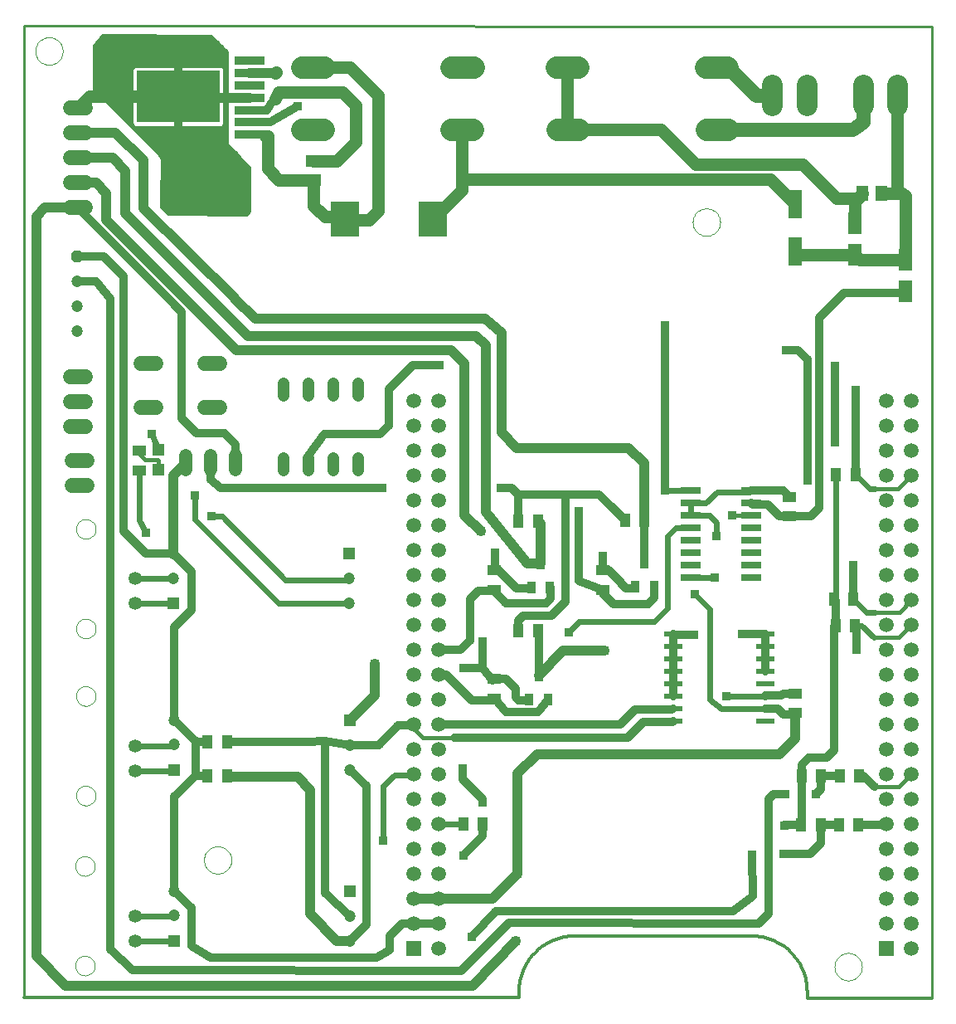
<source format=gtl>
G75*
G70*
%OFA0B0*%
%FSLAX24Y24*%
%IPPOS*%
%LPD*%
%AMOC8*
5,1,8,0,0,1.08239X$1,22.5*
%
%ADD10C,0.0100*%
%ADD11C,0.0000*%
%ADD12C,0.0120*%
%ADD13OC8,0.0472*%
%ADD14C,0.0472*%
%ADD15R,0.0433X0.0551*%
%ADD16R,0.0591X0.0591*%
%ADD17C,0.0591*%
%ADD18C,0.0531*%
%ADD19R,0.0472X0.0472*%
%ADD20C,0.0600*%
%ADD21R,0.0551X0.0433*%
%ADD22R,0.0551X0.0866*%
%ADD23R,0.0800X0.0260*%
%ADD24R,0.0780X0.0210*%
%ADD25R,0.1205X0.0350*%
%ADD26R,0.3362X0.2106*%
%ADD27C,0.0885*%
%ADD28R,0.0512X0.0591*%
%ADD29R,0.0591X0.0512*%
%ADD30R,0.0551X0.1181*%
%ADD31R,0.1181X0.1417*%
%ADD32C,0.0840*%
%ADD33C,0.0480*%
%ADD34R,0.0354X0.0472*%
%ADD35C,0.0540*%
%ADD36C,0.0320*%
%ADD37R,0.0376X0.0376*%
%ADD38C,0.0240*%
%ADD39C,0.0160*%
%ADD40C,0.0500*%
%ADD41C,0.0400*%
%ADD42C,0.0560*%
D10*
X016482Y020232D02*
X016482Y059272D01*
X052986Y059242D01*
X052986Y020202D01*
D11*
X049066Y021466D02*
X049068Y021513D01*
X049074Y021559D01*
X049084Y021605D01*
X049097Y021650D01*
X049115Y021693D01*
X049136Y021735D01*
X049160Y021775D01*
X049188Y021812D01*
X049219Y021847D01*
X049253Y021880D01*
X049289Y021909D01*
X049328Y021935D01*
X049369Y021958D01*
X049412Y021977D01*
X049456Y021993D01*
X049501Y022005D01*
X049547Y022013D01*
X049594Y022017D01*
X049640Y022017D01*
X049687Y022013D01*
X049733Y022005D01*
X049778Y021993D01*
X049822Y021977D01*
X049865Y021958D01*
X049906Y021935D01*
X049945Y021909D01*
X049981Y021880D01*
X050015Y021847D01*
X050046Y021812D01*
X050074Y021775D01*
X050098Y021735D01*
X050119Y021693D01*
X050137Y021650D01*
X050150Y021605D01*
X050160Y021559D01*
X050166Y021513D01*
X050168Y021466D01*
X050166Y021419D01*
X050160Y021373D01*
X050150Y021327D01*
X050137Y021282D01*
X050119Y021239D01*
X050098Y021197D01*
X050074Y021157D01*
X050046Y021120D01*
X050015Y021085D01*
X049981Y021052D01*
X049945Y021023D01*
X049906Y020997D01*
X049865Y020974D01*
X049822Y020955D01*
X049778Y020939D01*
X049733Y020927D01*
X049687Y020919D01*
X049640Y020915D01*
X049594Y020915D01*
X049547Y020919D01*
X049501Y020927D01*
X049456Y020939D01*
X049412Y020955D01*
X049369Y020974D01*
X049328Y020997D01*
X049289Y021023D01*
X049253Y021052D01*
X049219Y021085D01*
X049188Y021120D01*
X049160Y021157D01*
X049136Y021197D01*
X049115Y021239D01*
X049097Y021282D01*
X049084Y021327D01*
X049074Y021373D01*
X049068Y021419D01*
X049066Y021466D01*
X023716Y025756D02*
X023718Y025803D01*
X023724Y025849D01*
X023734Y025895D01*
X023747Y025940D01*
X023765Y025983D01*
X023786Y026025D01*
X023810Y026065D01*
X023838Y026102D01*
X023869Y026137D01*
X023903Y026170D01*
X023939Y026199D01*
X023978Y026225D01*
X024019Y026248D01*
X024062Y026267D01*
X024106Y026283D01*
X024151Y026295D01*
X024197Y026303D01*
X024244Y026307D01*
X024290Y026307D01*
X024337Y026303D01*
X024383Y026295D01*
X024428Y026283D01*
X024472Y026267D01*
X024515Y026248D01*
X024556Y026225D01*
X024595Y026199D01*
X024631Y026170D01*
X024665Y026137D01*
X024696Y026102D01*
X024724Y026065D01*
X024748Y026025D01*
X024769Y025983D01*
X024787Y025940D01*
X024800Y025895D01*
X024810Y025849D01*
X024816Y025803D01*
X024818Y025756D01*
X024816Y025709D01*
X024810Y025663D01*
X024800Y025617D01*
X024787Y025572D01*
X024769Y025529D01*
X024748Y025487D01*
X024724Y025447D01*
X024696Y025410D01*
X024665Y025375D01*
X024631Y025342D01*
X024595Y025313D01*
X024556Y025287D01*
X024515Y025264D01*
X024472Y025245D01*
X024428Y025229D01*
X024383Y025217D01*
X024337Y025209D01*
X024290Y025205D01*
X024244Y025205D01*
X024197Y025209D01*
X024151Y025217D01*
X024106Y025229D01*
X024062Y025245D01*
X024019Y025264D01*
X023978Y025287D01*
X023939Y025313D01*
X023903Y025342D01*
X023869Y025375D01*
X023838Y025410D01*
X023810Y025447D01*
X023786Y025487D01*
X023765Y025529D01*
X023747Y025572D01*
X023734Y025617D01*
X023724Y025663D01*
X023718Y025709D01*
X023716Y025756D01*
X018540Y025510D02*
X018542Y025549D01*
X018548Y025588D01*
X018558Y025626D01*
X018571Y025663D01*
X018588Y025698D01*
X018608Y025732D01*
X018632Y025763D01*
X018659Y025792D01*
X018688Y025818D01*
X018720Y025841D01*
X018754Y025861D01*
X018790Y025877D01*
X018827Y025889D01*
X018866Y025898D01*
X018905Y025903D01*
X018944Y025904D01*
X018983Y025901D01*
X019022Y025894D01*
X019059Y025883D01*
X019096Y025869D01*
X019131Y025851D01*
X019164Y025830D01*
X019195Y025805D01*
X019223Y025778D01*
X019248Y025748D01*
X019270Y025715D01*
X019289Y025681D01*
X019304Y025645D01*
X019316Y025607D01*
X019324Y025569D01*
X019328Y025530D01*
X019328Y025490D01*
X019324Y025451D01*
X019316Y025413D01*
X019304Y025375D01*
X019289Y025339D01*
X019270Y025305D01*
X019248Y025272D01*
X019223Y025242D01*
X019195Y025215D01*
X019164Y025190D01*
X019131Y025169D01*
X019096Y025151D01*
X019059Y025137D01*
X019022Y025126D01*
X018983Y025119D01*
X018944Y025116D01*
X018905Y025117D01*
X018866Y025122D01*
X018827Y025131D01*
X018790Y025143D01*
X018754Y025159D01*
X018720Y025179D01*
X018688Y025202D01*
X018659Y025228D01*
X018632Y025257D01*
X018608Y025288D01*
X018588Y025322D01*
X018571Y025357D01*
X018558Y025394D01*
X018548Y025432D01*
X018542Y025471D01*
X018540Y025510D01*
X018570Y028340D02*
X018572Y028379D01*
X018578Y028418D01*
X018588Y028456D01*
X018601Y028493D01*
X018618Y028528D01*
X018638Y028562D01*
X018662Y028593D01*
X018689Y028622D01*
X018718Y028648D01*
X018750Y028671D01*
X018784Y028691D01*
X018820Y028707D01*
X018857Y028719D01*
X018896Y028728D01*
X018935Y028733D01*
X018974Y028734D01*
X019013Y028731D01*
X019052Y028724D01*
X019089Y028713D01*
X019126Y028699D01*
X019161Y028681D01*
X019194Y028660D01*
X019225Y028635D01*
X019253Y028608D01*
X019278Y028578D01*
X019300Y028545D01*
X019319Y028511D01*
X019334Y028475D01*
X019346Y028437D01*
X019354Y028399D01*
X019358Y028360D01*
X019358Y028320D01*
X019354Y028281D01*
X019346Y028243D01*
X019334Y028205D01*
X019319Y028169D01*
X019300Y028135D01*
X019278Y028102D01*
X019253Y028072D01*
X019225Y028045D01*
X019194Y028020D01*
X019161Y027999D01*
X019126Y027981D01*
X019089Y027967D01*
X019052Y027956D01*
X019013Y027949D01*
X018974Y027946D01*
X018935Y027947D01*
X018896Y027952D01*
X018857Y027961D01*
X018820Y027973D01*
X018784Y027989D01*
X018750Y028009D01*
X018718Y028032D01*
X018689Y028058D01*
X018662Y028087D01*
X018638Y028118D01*
X018618Y028152D01*
X018601Y028187D01*
X018588Y028224D01*
X018578Y028262D01*
X018572Y028301D01*
X018570Y028340D01*
X018570Y032340D02*
X018572Y032379D01*
X018578Y032418D01*
X018588Y032456D01*
X018601Y032493D01*
X018618Y032528D01*
X018638Y032562D01*
X018662Y032593D01*
X018689Y032622D01*
X018718Y032648D01*
X018750Y032671D01*
X018784Y032691D01*
X018820Y032707D01*
X018857Y032719D01*
X018896Y032728D01*
X018935Y032733D01*
X018974Y032734D01*
X019013Y032731D01*
X019052Y032724D01*
X019089Y032713D01*
X019126Y032699D01*
X019161Y032681D01*
X019194Y032660D01*
X019225Y032635D01*
X019253Y032608D01*
X019278Y032578D01*
X019300Y032545D01*
X019319Y032511D01*
X019334Y032475D01*
X019346Y032437D01*
X019354Y032399D01*
X019358Y032360D01*
X019358Y032320D01*
X019354Y032281D01*
X019346Y032243D01*
X019334Y032205D01*
X019319Y032169D01*
X019300Y032135D01*
X019278Y032102D01*
X019253Y032072D01*
X019225Y032045D01*
X019194Y032020D01*
X019161Y031999D01*
X019126Y031981D01*
X019089Y031967D01*
X019052Y031956D01*
X019013Y031949D01*
X018974Y031946D01*
X018935Y031947D01*
X018896Y031952D01*
X018857Y031961D01*
X018820Y031973D01*
X018784Y031989D01*
X018750Y032009D01*
X018718Y032032D01*
X018689Y032058D01*
X018662Y032087D01*
X018638Y032118D01*
X018618Y032152D01*
X018601Y032187D01*
X018588Y032224D01*
X018578Y032262D01*
X018572Y032301D01*
X018570Y032340D01*
X018570Y035051D02*
X018572Y035090D01*
X018578Y035129D01*
X018588Y035167D01*
X018601Y035204D01*
X018618Y035239D01*
X018638Y035273D01*
X018662Y035304D01*
X018689Y035333D01*
X018718Y035359D01*
X018750Y035382D01*
X018784Y035402D01*
X018820Y035418D01*
X018857Y035430D01*
X018896Y035439D01*
X018935Y035444D01*
X018974Y035445D01*
X019013Y035442D01*
X019052Y035435D01*
X019089Y035424D01*
X019126Y035410D01*
X019161Y035392D01*
X019194Y035371D01*
X019225Y035346D01*
X019253Y035319D01*
X019278Y035289D01*
X019300Y035256D01*
X019319Y035222D01*
X019334Y035186D01*
X019346Y035148D01*
X019354Y035110D01*
X019358Y035071D01*
X019358Y035031D01*
X019354Y034992D01*
X019346Y034954D01*
X019334Y034916D01*
X019319Y034880D01*
X019300Y034846D01*
X019278Y034813D01*
X019253Y034783D01*
X019225Y034756D01*
X019194Y034731D01*
X019161Y034710D01*
X019126Y034692D01*
X019089Y034678D01*
X019052Y034667D01*
X019013Y034660D01*
X018974Y034657D01*
X018935Y034658D01*
X018896Y034663D01*
X018857Y034672D01*
X018820Y034684D01*
X018784Y034700D01*
X018750Y034720D01*
X018718Y034743D01*
X018689Y034769D01*
X018662Y034798D01*
X018638Y034829D01*
X018618Y034863D01*
X018601Y034898D01*
X018588Y034935D01*
X018578Y034973D01*
X018572Y035012D01*
X018570Y035051D01*
X018570Y039051D02*
X018572Y039090D01*
X018578Y039129D01*
X018588Y039167D01*
X018601Y039204D01*
X018618Y039239D01*
X018638Y039273D01*
X018662Y039304D01*
X018689Y039333D01*
X018718Y039359D01*
X018750Y039382D01*
X018784Y039402D01*
X018820Y039418D01*
X018857Y039430D01*
X018896Y039439D01*
X018935Y039444D01*
X018974Y039445D01*
X019013Y039442D01*
X019052Y039435D01*
X019089Y039424D01*
X019126Y039410D01*
X019161Y039392D01*
X019194Y039371D01*
X019225Y039346D01*
X019253Y039319D01*
X019278Y039289D01*
X019300Y039256D01*
X019319Y039222D01*
X019334Y039186D01*
X019346Y039148D01*
X019354Y039110D01*
X019358Y039071D01*
X019358Y039031D01*
X019354Y038992D01*
X019346Y038954D01*
X019334Y038916D01*
X019319Y038880D01*
X019300Y038846D01*
X019278Y038813D01*
X019253Y038783D01*
X019225Y038756D01*
X019194Y038731D01*
X019161Y038710D01*
X019126Y038692D01*
X019089Y038678D01*
X019052Y038667D01*
X019013Y038660D01*
X018974Y038657D01*
X018935Y038658D01*
X018896Y038663D01*
X018857Y038672D01*
X018820Y038684D01*
X018784Y038700D01*
X018750Y038720D01*
X018718Y038743D01*
X018689Y038769D01*
X018662Y038798D01*
X018638Y038829D01*
X018618Y038863D01*
X018601Y038898D01*
X018588Y038935D01*
X018578Y038973D01*
X018572Y039012D01*
X018570Y039051D01*
X018540Y021510D02*
X018542Y021549D01*
X018548Y021588D01*
X018558Y021626D01*
X018571Y021663D01*
X018588Y021698D01*
X018608Y021732D01*
X018632Y021763D01*
X018659Y021792D01*
X018688Y021818D01*
X018720Y021841D01*
X018754Y021861D01*
X018790Y021877D01*
X018827Y021889D01*
X018866Y021898D01*
X018905Y021903D01*
X018944Y021904D01*
X018983Y021901D01*
X019022Y021894D01*
X019059Y021883D01*
X019096Y021869D01*
X019131Y021851D01*
X019164Y021830D01*
X019195Y021805D01*
X019223Y021778D01*
X019248Y021748D01*
X019270Y021715D01*
X019289Y021681D01*
X019304Y021645D01*
X019316Y021607D01*
X019324Y021569D01*
X019328Y021530D01*
X019328Y021490D01*
X019324Y021451D01*
X019316Y021413D01*
X019304Y021375D01*
X019289Y021339D01*
X019270Y021305D01*
X019248Y021272D01*
X019223Y021242D01*
X019195Y021215D01*
X019164Y021190D01*
X019131Y021169D01*
X019096Y021151D01*
X019059Y021137D01*
X019022Y021126D01*
X018983Y021119D01*
X018944Y021116D01*
X018905Y021117D01*
X018866Y021122D01*
X018827Y021131D01*
X018790Y021143D01*
X018754Y021159D01*
X018720Y021179D01*
X018688Y021202D01*
X018659Y021228D01*
X018632Y021257D01*
X018608Y021288D01*
X018588Y021322D01*
X018571Y021357D01*
X018558Y021394D01*
X018548Y021432D01*
X018542Y021471D01*
X018540Y021510D01*
X043366Y051376D02*
X043368Y051423D01*
X043374Y051469D01*
X043384Y051515D01*
X043397Y051560D01*
X043415Y051603D01*
X043436Y051645D01*
X043460Y051685D01*
X043488Y051722D01*
X043519Y051757D01*
X043553Y051790D01*
X043589Y051819D01*
X043628Y051845D01*
X043669Y051868D01*
X043712Y051887D01*
X043756Y051903D01*
X043801Y051915D01*
X043847Y051923D01*
X043894Y051927D01*
X043940Y051927D01*
X043987Y051923D01*
X044033Y051915D01*
X044078Y051903D01*
X044122Y051887D01*
X044165Y051868D01*
X044206Y051845D01*
X044245Y051819D01*
X044281Y051790D01*
X044315Y051757D01*
X044346Y051722D01*
X044374Y051685D01*
X044398Y051645D01*
X044419Y051603D01*
X044437Y051560D01*
X044450Y051515D01*
X044460Y051469D01*
X044466Y051423D01*
X044468Y051376D01*
X044466Y051329D01*
X044460Y051283D01*
X044450Y051237D01*
X044437Y051192D01*
X044419Y051149D01*
X044398Y051107D01*
X044374Y051067D01*
X044346Y051030D01*
X044315Y050995D01*
X044281Y050962D01*
X044245Y050933D01*
X044206Y050907D01*
X044165Y050884D01*
X044122Y050865D01*
X044078Y050849D01*
X044033Y050837D01*
X043987Y050829D01*
X043940Y050825D01*
X043894Y050825D01*
X043847Y050829D01*
X043801Y050837D01*
X043756Y050849D01*
X043712Y050865D01*
X043669Y050884D01*
X043628Y050907D01*
X043589Y050933D01*
X043553Y050962D01*
X043519Y050995D01*
X043488Y051030D01*
X043460Y051067D01*
X043436Y051107D01*
X043415Y051149D01*
X043397Y051192D01*
X043384Y051237D01*
X043374Y051283D01*
X043368Y051329D01*
X043366Y051376D01*
X016936Y058246D02*
X016938Y058293D01*
X016944Y058339D01*
X016954Y058385D01*
X016967Y058430D01*
X016985Y058473D01*
X017006Y058515D01*
X017030Y058555D01*
X017058Y058592D01*
X017089Y058627D01*
X017123Y058660D01*
X017159Y058689D01*
X017198Y058715D01*
X017239Y058738D01*
X017282Y058757D01*
X017326Y058773D01*
X017371Y058785D01*
X017417Y058793D01*
X017464Y058797D01*
X017510Y058797D01*
X017557Y058793D01*
X017603Y058785D01*
X017648Y058773D01*
X017692Y058757D01*
X017735Y058738D01*
X017776Y058715D01*
X017815Y058689D01*
X017851Y058660D01*
X017885Y058627D01*
X017916Y058592D01*
X017944Y058555D01*
X017968Y058515D01*
X017989Y058473D01*
X018007Y058430D01*
X018020Y058385D01*
X018030Y058339D01*
X018036Y058293D01*
X018038Y058246D01*
X018036Y058199D01*
X018030Y058153D01*
X018020Y058107D01*
X018007Y058062D01*
X017989Y058019D01*
X017968Y057977D01*
X017944Y057937D01*
X017916Y057900D01*
X017885Y057865D01*
X017851Y057832D01*
X017815Y057803D01*
X017776Y057777D01*
X017735Y057754D01*
X017692Y057735D01*
X017648Y057719D01*
X017603Y057707D01*
X017557Y057699D01*
X017510Y057695D01*
X017464Y057695D01*
X017417Y057699D01*
X017371Y057707D01*
X017326Y057719D01*
X017282Y057735D01*
X017239Y057754D01*
X017198Y057777D01*
X017159Y057803D01*
X017123Y057832D01*
X017089Y057865D01*
X017058Y057900D01*
X017030Y057937D01*
X017006Y057977D01*
X016985Y058019D01*
X016967Y058062D01*
X016954Y058107D01*
X016944Y058153D01*
X016938Y058199D01*
X016936Y058246D01*
D12*
X038607Y022696D02*
X045747Y022696D01*
X045853Y022693D01*
X045958Y022686D01*
X046063Y022673D01*
X046167Y022656D01*
X046270Y022633D01*
X046372Y022606D01*
X046473Y022574D01*
X046572Y022537D01*
X046669Y022495D01*
X046764Y022449D01*
X046857Y022399D01*
X046947Y022344D01*
X047035Y022284D01*
X047119Y022221D01*
X047201Y022154D01*
X047279Y022083D01*
X047354Y022008D01*
X047425Y021930D01*
X047492Y021848D01*
X047555Y021764D01*
X047615Y021676D01*
X047670Y021586D01*
X047720Y021493D01*
X047766Y021398D01*
X047808Y021301D01*
X047845Y021202D01*
X047877Y021101D01*
X047904Y020999D01*
X047927Y020896D01*
X047944Y020792D01*
X047957Y020687D01*
X047964Y020582D01*
X047967Y020476D01*
X047967Y020206D01*
X052977Y020206D01*
X038607Y022696D02*
X038501Y022693D01*
X038396Y022686D01*
X038291Y022673D01*
X038187Y022656D01*
X038084Y022633D01*
X037982Y022606D01*
X037881Y022574D01*
X037782Y022537D01*
X037685Y022495D01*
X037590Y022449D01*
X037497Y022399D01*
X037407Y022344D01*
X037319Y022284D01*
X037235Y022221D01*
X037153Y022154D01*
X037075Y022083D01*
X037000Y022008D01*
X036929Y021930D01*
X036862Y021848D01*
X036799Y021764D01*
X036739Y021676D01*
X036684Y021586D01*
X036634Y021493D01*
X036588Y021398D01*
X036546Y021301D01*
X036509Y021202D01*
X036477Y021101D01*
X036450Y020999D01*
X036427Y020896D01*
X036410Y020792D01*
X036397Y020687D01*
X036390Y020582D01*
X036387Y020476D01*
X036387Y020236D01*
X016497Y020236D01*
D13*
X018633Y049996D03*
D14*
X018633Y048996D03*
X018633Y047996D03*
X018633Y046996D03*
X022493Y038057D03*
X022493Y037070D03*
X022523Y031376D03*
X022523Y030390D03*
X022523Y024516D03*
X022523Y023530D03*
X029586Y023516D03*
X029586Y022516D03*
X029586Y029376D03*
X029586Y030376D03*
X029556Y036057D03*
X029556Y037057D03*
D15*
X024638Y030502D03*
X023850Y030502D03*
X023860Y029136D03*
X024648Y029136D03*
X034141Y027201D03*
X034929Y027201D03*
X036353Y034966D03*
X037140Y034966D03*
X037140Y039376D03*
X036353Y039376D03*
X040643Y039406D03*
X041430Y039406D03*
X049133Y041236D03*
X049920Y041236D03*
X049830Y036226D03*
X049890Y035176D03*
X049103Y035176D03*
X049043Y036226D03*
X049272Y029147D03*
X050060Y029147D03*
X048530Y029143D03*
X047742Y029143D03*
X047733Y027157D03*
X048520Y027157D03*
X049243Y027171D03*
X050030Y027171D03*
D16*
X051156Y022190D03*
X032156Y022190D03*
D17*
X032156Y023190D03*
X032156Y024190D03*
X032156Y025190D03*
X032156Y026190D03*
X032156Y027190D03*
X032156Y028190D03*
X032156Y029190D03*
X032156Y030190D03*
X032156Y031190D03*
X032156Y032190D03*
X032156Y033190D03*
X032156Y034190D03*
X032156Y035190D03*
X032156Y036190D03*
X032156Y037190D03*
X032156Y038190D03*
X032156Y039190D03*
X032156Y040190D03*
X032156Y041190D03*
X032156Y042190D03*
X032156Y043190D03*
X032156Y044190D03*
X033156Y044190D03*
X033156Y043190D03*
X033156Y042190D03*
X033156Y041190D03*
X033156Y040190D03*
X033156Y039190D03*
X033156Y038190D03*
X033156Y037190D03*
X033156Y036190D03*
X033156Y035190D03*
X033156Y034190D03*
X033156Y033190D03*
X033156Y032190D03*
X033156Y031190D03*
X033156Y030190D03*
X033156Y029190D03*
X033156Y028190D03*
X033156Y027190D03*
X033156Y026190D03*
X033156Y025190D03*
X033156Y024190D03*
X033156Y023190D03*
X033156Y022190D03*
X051156Y023190D03*
X051156Y024190D03*
X051156Y025190D03*
X051156Y026190D03*
X051156Y027190D03*
X051156Y028190D03*
X051156Y029190D03*
X051156Y030190D03*
X051156Y031190D03*
X051156Y032190D03*
X051156Y033190D03*
X051156Y034190D03*
X051156Y035190D03*
X051156Y036190D03*
X051156Y037190D03*
X051156Y038190D03*
X051156Y039190D03*
X051156Y040190D03*
X051156Y041190D03*
X051156Y042190D03*
X051156Y043190D03*
X051156Y044190D03*
X052156Y044190D03*
X052156Y043190D03*
X052156Y042190D03*
X052156Y041190D03*
X052156Y040190D03*
X052156Y039190D03*
X052156Y038190D03*
X052156Y037190D03*
X052156Y036190D03*
X052156Y035190D03*
X052156Y034190D03*
X052156Y033190D03*
X052156Y032190D03*
X052156Y031190D03*
X052156Y030190D03*
X052156Y029190D03*
X052156Y028190D03*
X052156Y027190D03*
X052156Y026190D03*
X052156Y025190D03*
X052156Y024190D03*
X052156Y023190D03*
X052156Y022190D03*
D18*
X020934Y022510D03*
X020934Y023510D03*
X020964Y029340D03*
X020964Y030340D03*
X020964Y036051D03*
X020964Y037051D03*
D19*
X022493Y036057D03*
X021867Y041423D03*
X021867Y042249D03*
X029556Y038057D03*
X029586Y031376D03*
X029586Y024516D03*
X022523Y022516D03*
X022523Y029376D03*
D20*
X019017Y040796D02*
X018417Y040796D01*
X018417Y041796D02*
X019017Y041796D01*
X018936Y043169D02*
X018336Y043169D01*
X018336Y044169D02*
X018936Y044169D01*
X018936Y045169D02*
X018336Y045169D01*
X021187Y045712D02*
X021787Y045712D01*
X021787Y043932D02*
X021187Y043932D01*
X023747Y043932D02*
X024347Y043932D01*
X024347Y045712D02*
X023747Y045712D01*
X018945Y051957D02*
X018345Y051957D01*
X018345Y052957D02*
X018945Y052957D01*
X018945Y053957D02*
X018345Y053957D01*
X018345Y054957D02*
X018945Y054957D01*
X018945Y055957D02*
X018345Y055957D01*
D21*
X021117Y042200D03*
X021117Y041412D03*
X035367Y037400D03*
X035367Y036612D03*
X035367Y033020D03*
X035367Y032232D03*
X039747Y036612D03*
X039747Y037400D03*
X047258Y039560D03*
X047258Y040347D03*
X047474Y032442D03*
X047474Y031655D03*
D22*
X051902Y048598D03*
X051902Y049858D03*
X049870Y050061D03*
X049870Y051321D03*
D23*
X045713Y040603D03*
X045713Y040103D03*
X045713Y039603D03*
X045713Y039103D03*
X045713Y038603D03*
X045713Y038103D03*
X045713Y037603D03*
X045713Y037103D03*
X043293Y037103D03*
X043293Y037603D03*
X043293Y038103D03*
X043293Y038603D03*
X043293Y039103D03*
X043293Y039603D03*
X043293Y040103D03*
X043293Y040603D03*
D24*
X042573Y034838D03*
X042573Y034338D03*
X042573Y033838D03*
X042573Y033338D03*
X042573Y032838D03*
X042573Y032338D03*
X042573Y031838D03*
X042573Y031338D03*
X046273Y031338D03*
X046273Y031838D03*
X046273Y032338D03*
X046273Y032838D03*
X046273Y033338D03*
X046273Y033838D03*
X046273Y034338D03*
X046273Y034838D03*
D25*
X025546Y054889D03*
X025546Y055385D03*
X025546Y055881D03*
X025546Y056377D03*
X025546Y056873D03*
X025546Y057369D03*
X025546Y057865D03*
D26*
X022672Y056420D03*
D27*
X027649Y057596D02*
X028534Y057596D01*
X028519Y055096D02*
X027634Y055096D01*
X033634Y055096D02*
X034519Y055096D01*
X034534Y057596D02*
X033649Y057596D01*
X037879Y057607D02*
X038764Y057607D01*
X038794Y055094D02*
X037909Y055094D01*
X043909Y055094D02*
X044794Y055094D01*
X044764Y057607D02*
X043879Y057607D01*
D28*
X050198Y052533D03*
X050946Y052533D03*
D29*
X028132Y053081D03*
X028132Y053829D03*
D30*
X047477Y052086D03*
X047477Y050196D03*
D31*
X032912Y051486D03*
X029368Y051486D03*
D32*
X046558Y056056D02*
X046558Y056896D01*
X047936Y056896D02*
X047936Y056056D01*
X050218Y056056D02*
X050218Y056896D01*
X051596Y056896D02*
X051596Y056056D01*
D33*
X029907Y044896D02*
X029907Y044416D01*
X028907Y044416D02*
X028907Y044896D01*
X027907Y044896D02*
X027907Y044416D01*
X026907Y044416D02*
X026907Y044896D01*
X026907Y041896D02*
X026907Y041416D01*
X027907Y041416D02*
X027907Y041896D01*
X028907Y041896D02*
X028907Y041416D01*
X029907Y041416D02*
X029907Y041896D01*
D34*
X037257Y037658D03*
X037631Y036714D03*
X036883Y036714D03*
X037167Y033158D03*
X037541Y032214D03*
X036793Y032214D03*
X041053Y036744D03*
X041801Y036744D03*
X041427Y037688D03*
D35*
X024997Y041446D02*
X024997Y041986D01*
X023997Y041986D02*
X023997Y041446D01*
X022997Y041446D02*
X022997Y041986D01*
D36*
X023997Y041716D02*
X023997Y041026D01*
X024387Y040696D01*
X030897Y040696D01*
X030777Y042856D02*
X028557Y042856D01*
X027907Y041996D01*
X027907Y041656D01*
X030777Y042856D02*
X031137Y043216D01*
X031137Y044656D01*
X032127Y045646D01*
X033177Y045646D01*
X035637Y040696D02*
X036079Y040696D01*
X036353Y040422D01*
X038247Y040426D01*
X038247Y036136D01*
X037677Y035566D01*
X036537Y035566D01*
X036353Y035382D01*
X036353Y034966D01*
X037140Y034966D02*
X037167Y034940D01*
X037167Y033158D01*
X037541Y032214D02*
X037143Y031696D01*
X035847Y031696D01*
X035430Y032232D01*
X035367Y032232D01*
X035310Y032176D01*
X034467Y032176D01*
X033453Y033190D01*
X033156Y033190D01*
X034137Y033466D02*
X034917Y033466D01*
X034917Y034546D01*
X034407Y034576D02*
X034017Y034186D01*
X033160Y034186D01*
X033156Y034190D01*
X034407Y034576D02*
X034407Y036226D01*
X034737Y036556D01*
X035367Y036556D01*
X035847Y036076D01*
X037467Y036076D01*
X037647Y036256D01*
X037647Y036698D01*
X037631Y036714D01*
X036883Y036714D02*
X036845Y036676D01*
X036267Y036676D01*
X035543Y037400D01*
X035367Y037400D01*
X035427Y037460D01*
X035427Y038116D01*
X036353Y039376D02*
X036353Y040422D01*
X038247Y040426D02*
X039593Y040426D01*
X040103Y039946D01*
X040643Y039406D01*
X041427Y039402D02*
X041430Y039406D01*
X041427Y039402D02*
X041427Y037688D01*
X041801Y036744D02*
X041817Y036728D01*
X041817Y036286D01*
X041577Y036046D01*
X040167Y036046D01*
X039747Y036466D01*
X039747Y036612D01*
X038787Y036972D01*
X038787Y039766D01*
X039747Y037966D02*
X039747Y037400D01*
X039983Y037400D01*
X040497Y036886D01*
X040497Y036856D01*
X040677Y036676D01*
X040985Y036676D01*
X041053Y036744D01*
X042573Y034838D02*
X042595Y034816D01*
X043407Y034816D01*
X042573Y034838D02*
X042573Y034338D01*
X042573Y033838D01*
X042573Y033338D01*
X042573Y032838D01*
X042573Y032338D01*
X042573Y031838D02*
X042521Y031786D01*
X041037Y031786D01*
X040441Y031190D01*
X033156Y031190D01*
X033777Y030676D02*
X040737Y030676D01*
X041367Y031306D01*
X042541Y031306D01*
X042573Y031338D01*
X045365Y034838D02*
X045357Y034846D01*
X045365Y034838D02*
X046273Y034838D01*
X046273Y034338D01*
X046273Y033838D01*
X046273Y033338D01*
X046291Y032356D02*
X046273Y032338D01*
X046291Y032356D02*
X046917Y032356D01*
X047003Y032442D01*
X047474Y032442D01*
X047474Y031655D02*
X047425Y031606D01*
X047007Y031606D01*
X046775Y031838D01*
X046273Y031838D01*
X048027Y029866D02*
X048747Y029866D01*
X049047Y030166D01*
X049047Y035120D01*
X049103Y035176D01*
X049103Y036166D01*
X049043Y036226D01*
X049827Y036230D02*
X049830Y036226D01*
X049827Y036230D02*
X049827Y037606D01*
X048120Y039560D02*
X048447Y039886D01*
X048447Y047536D01*
X049437Y048526D01*
X051895Y048526D01*
X051902Y048598D01*
X049077Y045616D02*
X049077Y042526D01*
X049917Y041240D02*
X049920Y041236D01*
X049917Y041240D02*
X049917Y044626D01*
X047967Y045856D02*
X047967Y040996D01*
X047258Y040347D02*
X047002Y040603D01*
X045713Y040603D01*
X045713Y040103D02*
X045780Y040036D01*
X046377Y040036D01*
X046853Y039560D01*
X047258Y039560D01*
X048120Y039560D01*
X049890Y035176D02*
X049947Y035120D01*
X049947Y034186D01*
X048027Y029866D02*
X047742Y029582D01*
X047742Y029143D01*
X047742Y027166D01*
X047733Y027157D01*
X047037Y027157D01*
X047037Y027136D01*
X047007Y025996D02*
X048087Y025996D01*
X048520Y026430D01*
X048520Y027157D01*
X048534Y027171D01*
X049243Y027171D01*
X050030Y027171D02*
X051137Y027171D01*
X051156Y027190D01*
X050667Y028696D02*
X050216Y029147D01*
X050060Y029147D01*
X049272Y029147D02*
X049268Y029143D01*
X048530Y029143D01*
X048530Y028599D01*
X048327Y028396D01*
X047097Y028396D02*
X046617Y028396D01*
X046407Y028186D01*
X046407Y023596D01*
X046017Y023206D01*
X035997Y023236D01*
X034047Y021286D01*
X020847Y021346D01*
X019947Y022156D01*
X019947Y048316D01*
X019377Y049006D01*
X018643Y049006D01*
X018633Y048996D01*
X018633Y049996D02*
X018633Y049996D01*
X019677Y049996D01*
X020487Y049186D01*
X020487Y046306D01*
X020487Y038956D01*
X021387Y038056D01*
X021742Y038056D01*
X022493Y038057D01*
X023217Y037333D01*
X023217Y035806D01*
X022523Y035112D01*
X022523Y031376D01*
X023367Y030532D01*
X023367Y030496D01*
X023762Y030502D01*
X023850Y030502D01*
X023367Y030496D02*
X023367Y029146D01*
X023727Y029136D01*
X023860Y029136D01*
X023367Y029146D02*
X022523Y028302D01*
X022523Y024516D01*
X023217Y023823D01*
X023217Y022306D01*
X023997Y021826D01*
X030657Y021826D01*
X031197Y022126D01*
X031197Y022696D01*
X031691Y023190D01*
X032156Y023190D01*
X033156Y023190D01*
X034467Y022666D02*
X035457Y023716D01*
X044967Y023716D01*
X045777Y024286D01*
X045747Y025966D01*
X036793Y032214D02*
X036755Y032176D01*
X036357Y032176D01*
X036237Y032296D01*
X036237Y032626D01*
X035843Y033020D01*
X035367Y033020D01*
X035303Y032956D01*
X034917Y033466D01*
X035367Y036556D02*
X035367Y036612D01*
X032156Y031190D02*
X032122Y031156D01*
X031527Y031156D01*
X030747Y030376D01*
X029586Y030376D01*
X028586Y030526D01*
X027861Y030502D01*
X024638Y030502D01*
X028586Y030526D02*
X028587Y029986D01*
X028587Y024426D01*
X029586Y023516D01*
X030237Y023167D02*
X029586Y022516D01*
X030237Y023167D02*
X030237Y028726D01*
X029586Y029376D01*
X029586Y029376D01*
X034107Y029446D02*
X034107Y028996D01*
X034917Y028186D01*
X034917Y028066D01*
X034929Y027201D02*
X034929Y026728D01*
X034137Y025936D01*
X042237Y040606D02*
X042237Y047236D01*
X047127Y046246D02*
X047577Y046246D01*
X047967Y045856D01*
X027477Y056026D02*
X026386Y055385D01*
X025546Y055385D01*
X025551Y055876D02*
X025546Y055881D01*
X025551Y055876D02*
X026247Y055876D01*
X026397Y056086D01*
X026577Y056326D01*
X026214Y054889D02*
X025546Y054889D01*
X026187Y054826D02*
X026214Y054889D01*
X022827Y047775D02*
X018645Y051957D01*
X022827Y047775D02*
X022827Y043486D01*
X023427Y042886D01*
X024537Y042886D01*
X024997Y042426D01*
X024997Y041716D01*
D37*
X023337Y040396D03*
X024027Y039556D03*
X021387Y038896D03*
X021627Y042856D03*
X020487Y046306D03*
X027477Y056026D03*
X026607Y057406D03*
X033177Y045646D03*
X030897Y040696D03*
X034857Y038956D03*
X035427Y038116D03*
X035637Y040696D03*
X038787Y039766D03*
X039747Y037966D03*
X038367Y034906D03*
X039807Y034156D03*
X043407Y034816D03*
X043437Y036436D03*
X044247Y037096D03*
X044307Y038776D03*
X044937Y039616D03*
X042237Y040606D03*
X047127Y046246D03*
X049077Y045616D03*
X049917Y044626D03*
X049077Y042526D03*
X047967Y040996D03*
X049827Y037606D03*
X049947Y034186D03*
X045357Y034846D03*
X044727Y032326D03*
X047097Y028396D03*
X048327Y028396D03*
X047037Y027136D03*
X047007Y025996D03*
X045747Y025966D03*
X036327Y025186D03*
X034467Y022666D03*
X036237Y022516D03*
X034137Y025936D03*
X034917Y028066D03*
X034107Y029446D03*
X030927Y026536D03*
X030567Y033646D03*
X034137Y033466D03*
X034917Y034546D03*
X042237Y047236D03*
D38*
X042237Y040606D02*
X042240Y040603D01*
X043293Y040603D01*
X043293Y040103D02*
X043893Y040103D01*
X044337Y040546D01*
X045656Y040546D01*
X045713Y040603D01*
X044307Y039316D02*
X044307Y038776D01*
X044307Y039316D02*
X044037Y039586D01*
X043310Y039586D01*
X043293Y039603D01*
X043293Y040103D01*
X043293Y039103D02*
X042683Y039103D01*
X042357Y038776D01*
X042357Y035866D01*
X041817Y035326D01*
X038787Y035326D01*
X038367Y034906D01*
X043437Y036436D02*
X044037Y035836D01*
X044066Y032204D01*
X044523Y031838D01*
X046273Y031838D01*
X046261Y032326D02*
X046273Y032338D01*
X046261Y032326D02*
X044727Y032326D01*
X044247Y037096D02*
X043970Y037103D01*
X043293Y037103D01*
X049043Y036226D02*
X049133Y036316D01*
X049133Y041236D01*
X049920Y041236D02*
X050490Y040666D01*
X050697Y040666D01*
X049830Y036226D02*
X050340Y035716D01*
X050697Y035716D01*
X050157Y035176D02*
X050637Y034696D01*
X050157Y035176D02*
X049890Y035176D01*
X034141Y027201D02*
X033167Y027201D01*
X033156Y027190D01*
X032142Y029176D02*
X031377Y029176D01*
X030927Y028726D01*
X030927Y026536D01*
X032142Y029176D02*
X032156Y029190D01*
X029556Y036057D02*
X026716Y036057D01*
X023337Y039436D01*
X023337Y040396D01*
X024027Y039556D02*
X024447Y039556D01*
X026997Y037006D01*
X029505Y037006D01*
X029556Y037057D01*
X022493Y037051D02*
X022493Y037070D01*
X022493Y037051D02*
X020964Y037051D01*
X020964Y036051D02*
X022493Y036051D01*
X022493Y036057D01*
X021387Y038896D02*
X021113Y039410D01*
X021117Y041412D01*
X021867Y042249D02*
X021627Y042856D01*
X022523Y030390D02*
X022523Y030340D01*
X020964Y030340D01*
X020964Y029340D02*
X022523Y029340D01*
X022523Y029376D01*
X022523Y023530D02*
X022523Y023510D01*
X020934Y023510D01*
X020934Y022510D02*
X022523Y022510D01*
X022523Y022516D01*
D39*
X032156Y031037D02*
X032517Y030676D01*
X033777Y030676D01*
X032156Y031037D02*
X032156Y031190D01*
X021867Y041423D02*
X021867Y041806D01*
X021837Y041836D01*
X021357Y041836D01*
X021117Y042076D01*
X021117Y042200D01*
X022287Y051736D02*
X022017Y052006D01*
X022047Y053926D01*
X021927Y054136D01*
X019317Y056746D01*
X019317Y058456D01*
X019647Y058876D01*
X023997Y058846D01*
X024627Y058216D01*
X024627Y054496D01*
X025047Y054076D01*
X025047Y054046D01*
X025527Y053566D01*
X025527Y051826D01*
X025407Y051706D01*
X022287Y051736D01*
X022249Y051774D02*
X025475Y051774D01*
X025527Y051933D02*
X022090Y051933D01*
X022018Y052091D02*
X025527Y052091D01*
X025527Y052250D02*
X022020Y052250D01*
X022023Y052408D02*
X025527Y052408D01*
X025527Y052567D02*
X022025Y052567D01*
X022028Y052725D02*
X025527Y052725D01*
X025527Y052884D02*
X022030Y052884D01*
X022033Y053042D02*
X025527Y053042D01*
X025527Y053201D02*
X022035Y053201D01*
X022038Y053359D02*
X025527Y053359D01*
X025527Y053518D02*
X022040Y053518D01*
X022043Y053676D02*
X025417Y053676D01*
X025258Y053835D02*
X022045Y053835D01*
X022008Y053993D02*
X025100Y053993D01*
X024971Y054152D02*
X021911Y054152D01*
X021753Y054310D02*
X024813Y054310D01*
X024654Y054469D02*
X021594Y054469D01*
X021436Y054627D02*
X024627Y054627D01*
X024627Y054786D02*
X021277Y054786D01*
X021119Y054944D02*
X024627Y054944D01*
X024627Y055103D02*
X020960Y055103D01*
X020964Y055167D02*
X022592Y055167D01*
X022592Y056340D01*
X022752Y056340D01*
X022752Y055167D01*
X024379Y055167D01*
X024430Y055181D01*
X024476Y055207D01*
X024513Y055244D01*
X024539Y055290D01*
X024553Y055341D01*
X024553Y056340D01*
X022752Y056340D01*
X022752Y056500D01*
X024553Y056500D01*
X024553Y057500D01*
X024539Y057551D01*
X024513Y057596D01*
X024476Y057634D01*
X024430Y057660D01*
X024379Y057674D01*
X022752Y057674D01*
X022752Y056500D01*
X022592Y056500D01*
X022592Y056340D01*
X020791Y056340D01*
X020791Y055341D01*
X020804Y055290D01*
X020831Y055244D01*
X020868Y055207D01*
X020913Y055181D01*
X020964Y055167D01*
X020821Y055261D02*
X020802Y055261D01*
X020791Y055420D02*
X020643Y055420D01*
X020791Y055578D02*
X020485Y055578D01*
X020326Y055737D02*
X020791Y055737D01*
X020791Y055895D02*
X020168Y055895D01*
X020009Y056054D02*
X020791Y056054D01*
X020791Y056212D02*
X019851Y056212D01*
X019692Y056371D02*
X022592Y056371D01*
X022592Y056500D02*
X020791Y056500D01*
X020791Y057500D01*
X020804Y057551D01*
X020831Y057596D01*
X020868Y057634D01*
X020913Y057660D01*
X020964Y057674D01*
X022592Y057674D01*
X022592Y056500D01*
X022592Y056529D02*
X022752Y056529D01*
X022752Y056371D02*
X024627Y056371D01*
X024627Y056529D02*
X024553Y056529D01*
X024553Y056688D02*
X024627Y056688D01*
X024627Y056846D02*
X024553Y056846D01*
X024553Y057005D02*
X024627Y057005D01*
X024627Y057163D02*
X024553Y057163D01*
X024553Y057322D02*
X024627Y057322D01*
X024627Y057480D02*
X024553Y057480D01*
X024627Y057639D02*
X024467Y057639D01*
X024627Y057797D02*
X019317Y057797D01*
X019317Y057639D02*
X020876Y057639D01*
X020791Y057480D02*
X019317Y057480D01*
X019317Y057322D02*
X020791Y057322D01*
X020791Y057163D02*
X019317Y057163D01*
X019317Y057005D02*
X020791Y057005D01*
X020791Y056846D02*
X019317Y056846D01*
X019375Y056688D02*
X020791Y056688D01*
X020791Y056529D02*
X019534Y056529D01*
X019317Y057956D02*
X024627Y057956D01*
X024627Y058114D02*
X019317Y058114D01*
X019317Y058273D02*
X024570Y058273D01*
X024412Y058431D02*
X019317Y058431D01*
X019422Y058590D02*
X024253Y058590D01*
X024095Y058748D02*
X019546Y058748D01*
X022592Y057639D02*
X022752Y057639D01*
X022752Y057480D02*
X022592Y057480D01*
X022592Y057322D02*
X022752Y057322D01*
X022752Y057163D02*
X022592Y057163D01*
X022592Y057005D02*
X022752Y057005D01*
X022752Y056846D02*
X022592Y056846D01*
X022592Y056688D02*
X022752Y056688D01*
X022752Y056212D02*
X022592Y056212D01*
X022592Y056054D02*
X022752Y056054D01*
X022752Y055895D02*
X022592Y055895D01*
X022592Y055737D02*
X022752Y055737D01*
X022752Y055578D02*
X022592Y055578D01*
X022592Y055420D02*
X022752Y055420D01*
X022752Y055261D02*
X022592Y055261D01*
X024522Y055261D02*
X024627Y055261D01*
X024627Y055420D02*
X024553Y055420D01*
X024553Y055578D02*
X024627Y055578D01*
X024627Y055737D02*
X024553Y055737D01*
X024553Y055895D02*
X024627Y055895D01*
X024627Y056054D02*
X024553Y056054D01*
X024553Y056212D02*
X024627Y056212D01*
X044937Y039616D02*
X044950Y039603D01*
X045713Y039603D01*
X050697Y040666D02*
X051627Y040666D01*
X052151Y041190D01*
X052156Y041190D01*
X052156Y036190D02*
X052156Y036185D01*
X051687Y035716D01*
X050697Y035716D01*
X050637Y034696D02*
X051662Y034696D01*
X052156Y035190D01*
X052156Y029190D02*
X051662Y028696D01*
X050667Y028696D01*
D40*
X050073Y049858D02*
X049870Y050061D01*
X047612Y050061D01*
X047477Y050196D01*
X047477Y052086D02*
X046476Y053086D01*
X034077Y053086D01*
X034077Y055096D01*
X034077Y053086D02*
X034077Y052651D01*
X032912Y051486D01*
X030717Y051826D02*
X030357Y051466D01*
X029389Y051466D01*
X029368Y051486D01*
X029269Y051586D01*
X028587Y051586D01*
X028132Y052041D01*
X028132Y053081D01*
X026732Y053081D01*
X026277Y053536D01*
X026297Y054826D01*
X026187Y054826D01*
X026577Y056326D02*
X026727Y056596D01*
X029277Y056596D01*
X029817Y056056D01*
X029817Y054586D01*
X029060Y053829D01*
X028132Y053829D01*
X030717Y051826D02*
X030717Y056476D01*
X029597Y057596D01*
X028091Y057596D01*
X026607Y057406D02*
X026570Y057369D01*
X022715Y056377D02*
X022672Y056420D01*
X019108Y056420D01*
X018645Y055957D01*
X038321Y055124D02*
X038351Y055094D01*
X042088Y055094D01*
X043467Y053716D01*
X047787Y053716D01*
X049164Y052339D01*
X050004Y052339D01*
X050198Y052533D01*
X050004Y052339D02*
X049870Y052205D01*
X049870Y051321D01*
X050959Y052546D02*
X051537Y052546D01*
X051777Y052546D01*
X051902Y052421D01*
X051902Y049858D01*
X050073Y049858D01*
X051596Y052605D02*
X051596Y056476D01*
X038321Y057607D02*
X038321Y055124D01*
D41*
X038351Y055094D02*
X038110Y055096D01*
X044113Y055096D02*
X044351Y055094D01*
X044321Y057607D02*
X044090Y057616D01*
X050946Y052533D02*
X050959Y052546D01*
X051537Y052546D02*
X051596Y052605D01*
X040797Y042316D02*
X041427Y041686D01*
X041427Y039402D01*
X040797Y042316D02*
X036297Y042316D01*
X035667Y042946D01*
X035667Y046936D01*
X035007Y047506D01*
X025767Y047506D01*
X024957Y048316D01*
X024957Y048346D01*
X021267Y051946D01*
X021267Y053866D01*
X020157Y054976D01*
X018664Y054976D01*
X018645Y054957D01*
X018645Y053957D02*
X020036Y053957D01*
X020547Y053446D01*
X020547Y051736D01*
X025467Y046816D01*
X034647Y046816D01*
X035037Y046426D01*
X035037Y039736D01*
X036717Y037666D01*
X037257Y037658D01*
X037257Y039260D01*
X037140Y039376D01*
X034857Y038956D02*
X034197Y039616D01*
X034197Y045706D01*
X033657Y046246D01*
X025017Y046246D01*
X019797Y051466D01*
X019797Y052546D01*
X019386Y052957D01*
X018645Y052957D01*
X018645Y051957D02*
X017318Y051957D01*
X016977Y051616D01*
X016977Y021916D01*
X018147Y020716D01*
X030417Y020686D01*
X034527Y020686D01*
X036237Y022516D01*
X035331Y024190D02*
X036327Y025186D01*
X036327Y029236D01*
X037107Y030016D01*
X046857Y030016D01*
X047487Y030646D01*
X047487Y031643D01*
X047474Y031655D01*
X039807Y034156D02*
X038164Y034156D01*
X037167Y033158D01*
X030567Y033646D02*
X030567Y032357D01*
X029586Y031376D01*
X027477Y029086D02*
X027987Y028576D01*
X027987Y023596D01*
X029066Y022516D01*
X029586Y022516D01*
X032156Y024190D02*
X033156Y024190D01*
X035331Y024190D01*
X027477Y029086D02*
X024698Y029086D01*
X024648Y029136D01*
X022493Y038057D02*
X022493Y041212D01*
X022997Y041716D01*
X022715Y056377D02*
X025546Y056377D01*
X025546Y057369D02*
X026570Y057369D01*
D42*
X044090Y057616D02*
X044787Y057616D01*
X045927Y056476D01*
X046558Y056476D01*
X044113Y055096D02*
X049767Y055096D01*
X050218Y055397D01*
X050218Y056476D01*
M02*

</source>
